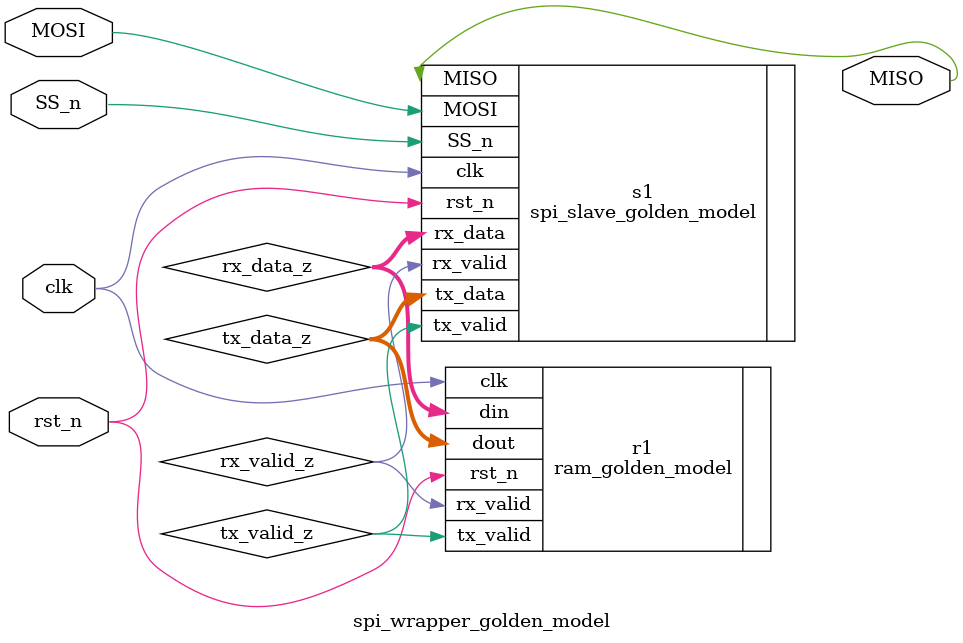
<source format=v>
module spi_wrapper_golden_model(MOSI,MISO,SS_n,clk,rst_n);
input clk,rst_n,MOSI,SS_n;
output MISO;
wire [9:0] rx_data_z;
wire rx_valid_z;
wire [7:0] tx_data_z;
wire tx_valid_z;

//spi_slave s1(MOSI,MISO,SS_n,clk,rst_n,tx_data_z,tx_valid_z,rx_data_z,rx_valid_z);
//ram r1(rx_data_z,rx_valid_z,clk,rst_n,tx_data_z,tx_valid_z);
spi_slave_golden_model s1(.MOSI(MOSI),.MISO(MISO),.SS_n(SS_n),.clk(clk),.rst_n(rst_n),.tx_data(tx_data_z),.tx_valid(tx_valid_z),.rx_data(rx_data_z),.rx_valid(rx_valid_z));
ram_golden_model r1(.din(rx_data_z),.rx_valid(rx_valid_z),.clk(clk),.rst_n(rst_n),.dout(tx_data_z),.tx_valid(tx_valid_z));



endmodule
</source>
